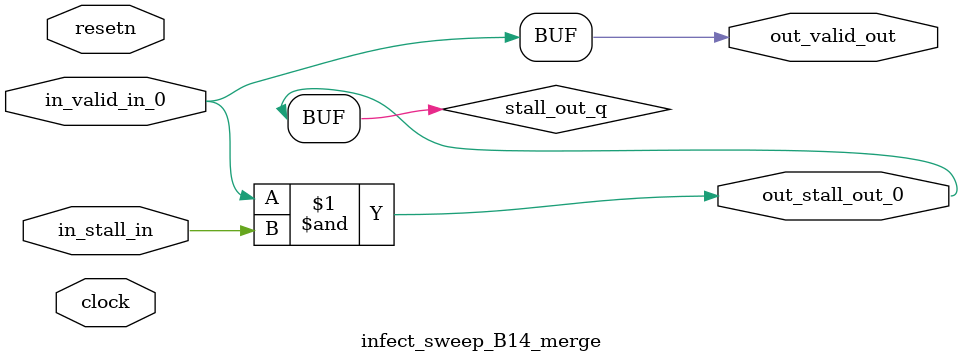
<source format=sv>



(* altera_attribute = "-name AUTO_SHIFT_REGISTER_RECOGNITION OFF; -name MESSAGE_DISABLE 10036; -name MESSAGE_DISABLE 10037; -name MESSAGE_DISABLE 14130; -name MESSAGE_DISABLE 14320; -name MESSAGE_DISABLE 15400; -name MESSAGE_DISABLE 14130; -name MESSAGE_DISABLE 10036; -name MESSAGE_DISABLE 12020; -name MESSAGE_DISABLE 12030; -name MESSAGE_DISABLE 12010; -name MESSAGE_DISABLE 12110; -name MESSAGE_DISABLE 14320; -name MESSAGE_DISABLE 13410; -name MESSAGE_DISABLE 113007; -name MESSAGE_DISABLE 10958" *)
module infect_sweep_B14_merge (
    input wire [0:0] in_stall_in,
    input wire [0:0] in_valid_in_0,
    output wire [0:0] out_stall_out_0,
    output wire [0:0] out_valid_out,
    input wire clock,
    input wire resetn
    );

    wire [0:0] stall_out_q;


    // stall_out(LOGICAL,6)
    assign stall_out_q = in_valid_in_0 & in_stall_in;

    // out_stall_out_0(GPOUT,4)
    assign out_stall_out_0 = stall_out_q;

    // out_valid_out(GPOUT,5)
    assign out_valid_out = in_valid_in_0;

endmodule

</source>
